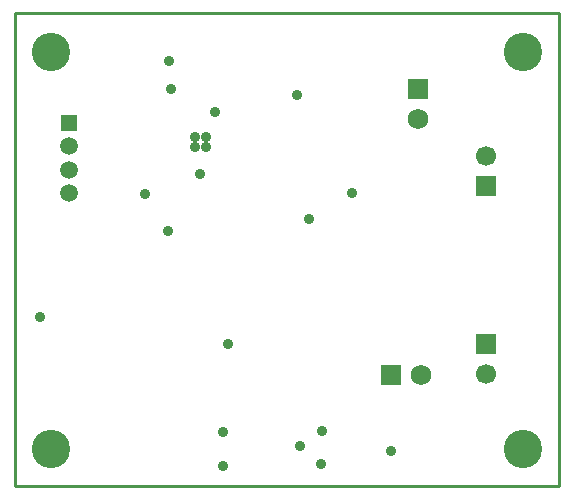
<source format=gbs>
G04 Layer_Color=16711935*
%FSLAX42Y42*%
%MOMM*%
G71*
G01*
G75*
%ADD32C,0.25*%
%ADD76C,1.50*%
%ADD77R,1.40X1.40*%
%ADD78C,1.70*%
%ADD79R,1.70X1.70*%
%ADD80R,1.73X1.73*%
%ADD81C,1.73*%
%ADD82R,1.73X1.73*%
%ADD83C,3.25*%
%ADD84C,0.91*%
D32*
X3000Y3500D02*
Y7500D01*
X7603D01*
Y3500D02*
Y7500D01*
X3000Y3500D02*
X7603D01*
D76*
X3460Y6374D02*
D03*
Y6174D02*
D03*
Y5974D02*
D03*
D77*
Y6574D02*
D03*
D78*
X6985Y6287D02*
D03*
Y4445D02*
D03*
D79*
Y6033D02*
D03*
Y4699D02*
D03*
D80*
X6414Y6858D02*
D03*
D81*
Y6604D02*
D03*
X6436Y4435D02*
D03*
D82*
X6182D02*
D03*
D83*
X3302Y7175D02*
D03*
Y3810D02*
D03*
X7303D02*
D03*
Y7175D02*
D03*
D84*
X3210Y4930D02*
D03*
X4305Y7099D02*
D03*
X5855Y5977D02*
D03*
X4803Y4702D02*
D03*
X5489Y5761D02*
D03*
X4691Y6660D02*
D03*
X5385Y6805D02*
D03*
X4321Y6861D02*
D03*
X4562Y6137D02*
D03*
X4290Y5659D02*
D03*
X4762Y3950D02*
D03*
X6185Y3797D02*
D03*
X5410Y3835D02*
D03*
X4762Y3670D02*
D03*
X5598Y3962D02*
D03*
X5591Y3683D02*
D03*
X4097Y5969D02*
D03*
X4526Y6454D02*
D03*
X4618Y6368D02*
D03*
Y6454D02*
D03*
X4526Y6368D02*
D03*
M02*

</source>
